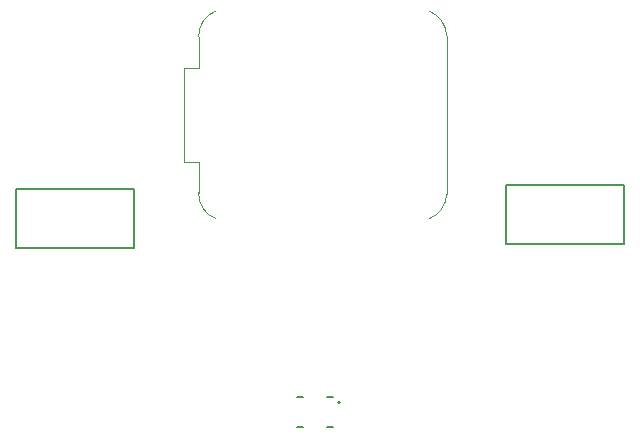
<source format=gbr>
%TF.GenerationSoftware,KiCad,Pcbnew,9.0.2*%
%TF.CreationDate,2025-08-01T16:53:22-07:00*%
%TF.ProjectId,bitboy,62697462-6f79-42e6-9b69-6361645f7063,rev?*%
%TF.SameCoordinates,Original*%
%TF.FileFunction,Legend,Bot*%
%TF.FilePolarity,Positive*%
%FSLAX46Y46*%
G04 Gerber Fmt 4.6, Leading zero omitted, Abs format (unit mm)*
G04 Created by KiCad (PCBNEW 9.0.2) date 2025-08-01 16:53:22*
%MOMM*%
%LPD*%
G01*
G04 APERTURE LIST*
%ADD10C,0.127000*%
%ADD11C,0.120000*%
%ADD12C,0.200000*%
G04 APERTURE END LIST*
D10*
%TO.C,R1*%
X162580000Y-57720000D02*
X172580000Y-57720000D01*
X162580000Y-62720000D02*
X162580000Y-57720000D01*
X172580000Y-57720000D02*
X172580000Y-62720000D01*
X172580000Y-62720000D02*
X162580000Y-62720000D01*
D11*
%TO.C,U1*%
X135330000Y-47820000D02*
X135330000Y-55820000D01*
X135330000Y-55820000D02*
X136530000Y-55820000D01*
X136530000Y-47820000D02*
X135330000Y-47820000D01*
X136530000Y-47820000D02*
X136530000Y-45220000D01*
X136530000Y-58420000D02*
X136530000Y-55820000D01*
X157530000Y-45120000D02*
X157530000Y-58520000D01*
X136530001Y-45219532D02*
G75*
G02*
X138025320Y-43007108I2270232J77145D01*
G01*
X138028536Y-60624034D02*
G75*
G02*
X136529999Y-58420000I776364J2139304D01*
G01*
X156030000Y-43020000D02*
G75*
G02*
X157530000Y-45120000I-823747J-2174105D01*
G01*
X157530000Y-58520000D02*
G75*
G02*
X156030001Y-60620004I-2323760J74110D01*
G01*
D10*
%TO.C,U3*%
X144900000Y-78225000D02*
X145410000Y-78225000D01*
X145410000Y-75725000D02*
X144900000Y-75725000D01*
X147900000Y-75725000D02*
X147390000Y-75725000D01*
X147900000Y-78225000D02*
X147390000Y-78225000D01*
D12*
X148500000Y-76175000D02*
G75*
G02*
X148300000Y-76175000I-100000J0D01*
G01*
X148300000Y-76175000D02*
G75*
G02*
X148500000Y-76175000I100000J0D01*
G01*
D10*
%TO.C,R2*%
X121070000Y-58060000D02*
X131070000Y-58060000D01*
X121070000Y-63060000D02*
X121070000Y-58060000D01*
X131070000Y-58060000D02*
X131070000Y-63060000D01*
X131070000Y-63060000D02*
X121070000Y-63060000D01*
%TD*%
M02*

</source>
